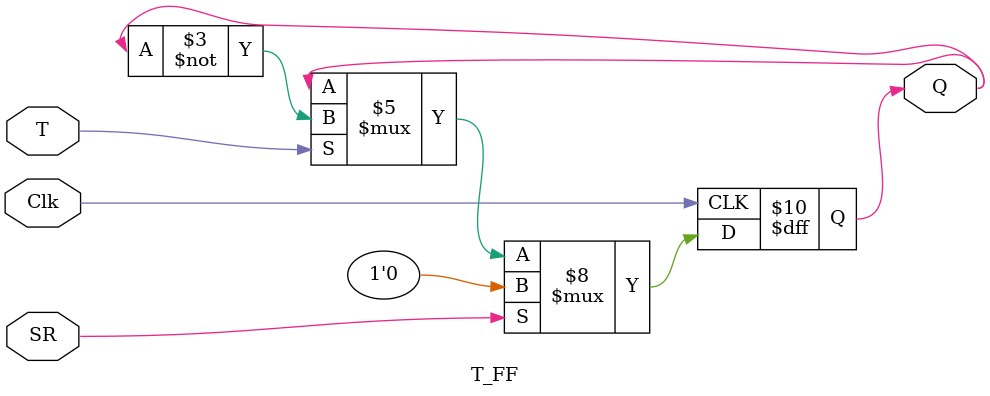
<source format=v>
`timescale 1ns / 1ps
	module T_FF( input T ,
					input SR ,
					input Clk ,
					output reg Q 
		 );
		always @ (posedge Clk)
		if (SR == 1)
			Q <= 0;
		else
			if(T)
			Q <= ~Q ;
			else 
			Q <= Q ;
			

	endmodule

</source>
